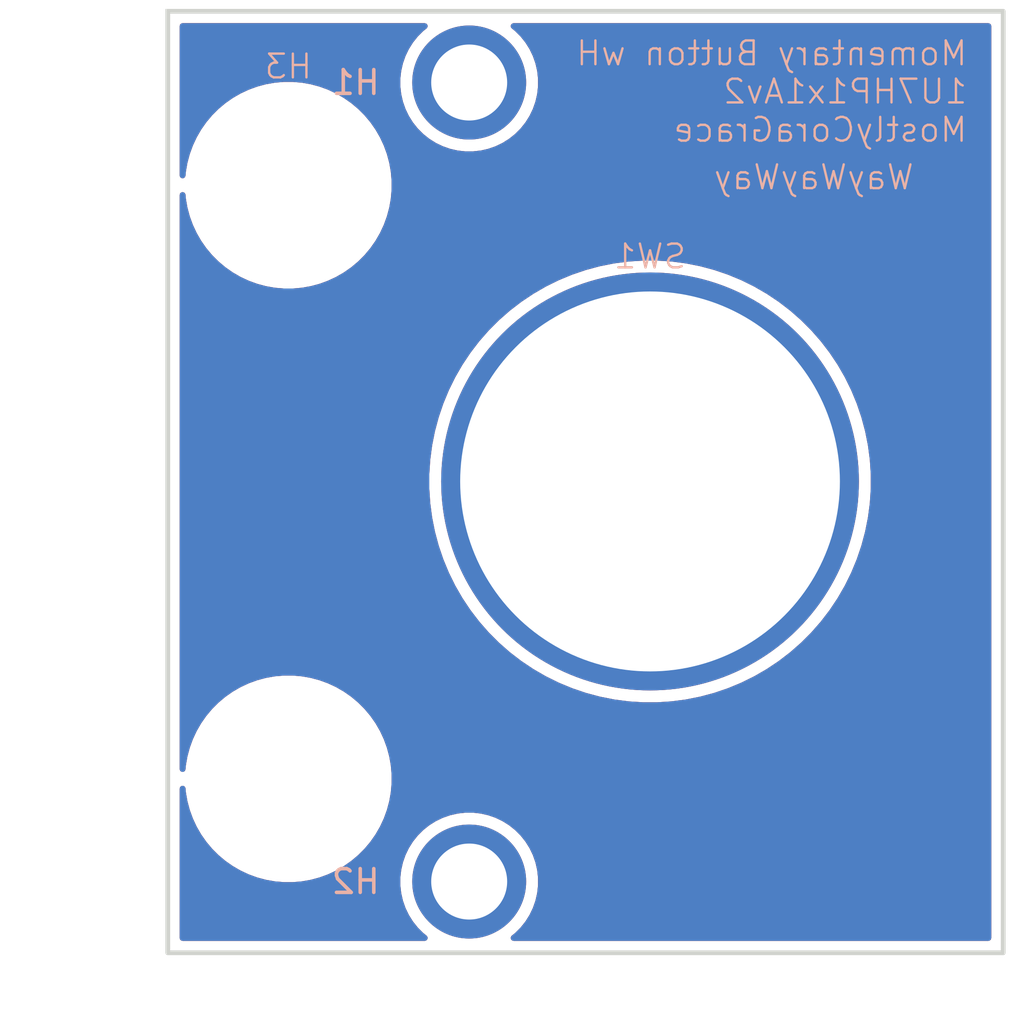
<source format=kicad_pcb>
(kicad_pcb (version 20241229) (generator "pcbnew") (generator_version "9.0")
  (layers (0 "F.Cu" signal) (2 "B.Cu" signal) (13 "F.Paste" user) (15 "B.Paste" user) (5 "F.SilkS" user "F.Silkscreen") (7 "B.SilkS" user "B.Silkscreen") (1 "F.Mask" user) (3 "B.Mask" user) (25 "Edge.Cuts" user))
  (net 0 "")
  (footprint "EXC:SW_SPST_M16_Panel_Mount_Push-Button" (layer "F.Cu") (at 20.32 22.225)
    (property "Reference" "SW1" (at 0 -9.475 0) (layer "B.SilkS") (effects (font (thickness 0.1)) (justify mirror)))
    (property "Value" "SW_SPST_M16_Panel_Mount_Push-Button")
    (pad "" thru_hole circle (at 0 0) (size 17.6 17.6) (drill 16) (layers "*.Cu" "*.Mask"))
  )
  (footprint "EXC:MountingHole_3.2mm_M3" (layer "F.Cu") (at 12.7 39.075)
    (property "Reference" "H2" (at -3.683 0 0) (layer "B.SilkS") (effects (justify left mirror)))
    (property "Value" "Eurorack_M3_MountingHole")
    (pad "" thru_hole circle (at 0 0) (size 4.8 4.8) (drill 3.2) (layers "*.Cu" "*.Mask"))
  )
  (footprint "EXC:MountingHole_3.2mm_M3" (layer "F.Cu") (at 12.7 5.425)
    (property "Reference" "H1" (at -3.683 0 0) (layer "B.SilkS") (effects (justify left mirror)))
    (property "Value" "Eurorack_M3_MountingHole")
    (pad "" thru_hole circle (at 0 0) (size 4.8 4.8) (drill 3.2) (layers "*.Cu" "*.Mask"))
  )
  (footprint "EXC:Handle_1UM3P25_B" (layer "F.Cu") (at 5.08 9.75)
    (property "Reference" "H3" (at 0 -5 0) (layer "B.SilkS") (effects (font (thickness 0.1)) (justify mirror)))
    (property "Value" "Handle_1UM3P25_PanelMount_B")
    (pad "" np_thru_hole circle (at 0 0) (size 8.2 8.2) (drill 8.2) (layers "*.Cu" "*.Mask"))
    (pad "" np_thru_hole circle (at 0 25) (size 8.2 8.2) (drill 8.2) (layers "*.Cu" "*.Mask"))
  )
  (gr_rect (start 0 2.425) (end 35.2 42.075) (stroke (width 0.2)) (fill no) (layer "Edge.Cuts"))
  (gr_text "Momentary Button wH\n1U7HP1x1Av2\nMostlyCoraGrace" (at 33.75 8 0) (layer "B.SilkS") (effects (font (size 1 1) (thickness 0.1)) (justify left bottom mirror)))
  (gr_text "WayWayWay" (at 31.5 10 0) (layer "B.SilkS") (effects (font (size 1 1) (thickness 0.1)) (justify left bottom mirror)))
  (zone (net 0) (net_name "") (layers "F.Cu" "B.Cu") (connect_pads (clearance 0.5)) (min_thickness 0.25) (fill yes (thermal_gap 0.5) (thermal_bridge_width 0.5) (island_removal_mode 1) (island_area_min 10))
    (polygon (pts (xy 0 2.425) (xy 35.2 2.425) (xy 35.2 42.075) (xy 0 42.075)))
  )
)
</source>
